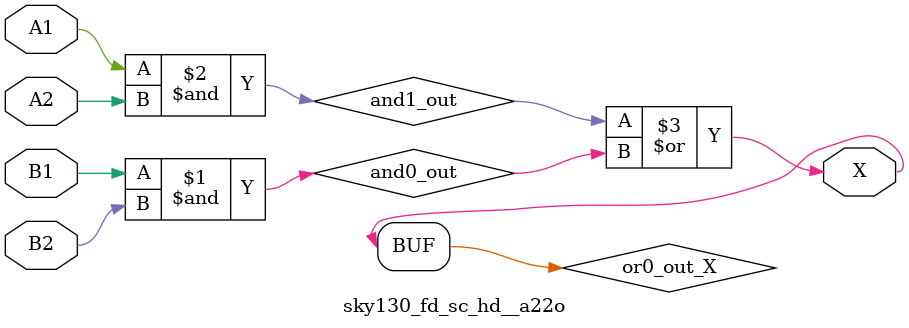
<source format=v>
/*
 * Copyright 2020 The SkyWater PDK Authors
 *
 * Licensed under the Apache License, Version 2.0 (the "License");
 * you may not use this file except in compliance with the License.
 * You may obtain a copy of the License at
 *
 *     https://www.apache.org/licenses/LICENSE-2.0
 *
 * Unless required by applicable law or agreed to in writing, software
 * distributed under the License is distributed on an "AS IS" BASIS,
 * WITHOUT WARRANTIES OR CONDITIONS OF ANY KIND, either express or implied.
 * See the License for the specific language governing permissions and
 * limitations under the License.
 *
 * SPDX-License-Identifier: Apache-2.0
*/


`ifndef SKY130_FD_SC_HD__A22O_FUNCTIONAL_V
`define SKY130_FD_SC_HD__A22O_FUNCTIONAL_V

/**
 * a22o: 2-input AND into both inputs of 2-input OR.
 *
 *       X = ((A1 & A2) | (B1 & B2))
 *
 * Verilog simulation functional model.
 */

`timescale 1ns / 1ps
`default_nettype none

`celldefine
module sky130_fd_sc_hd__a22o (
    X ,
    A1,
    A2,
    B1,
    B2
);

    // Module ports
    output X ;
    input  A1;
    input  A2;
    input  B1;
    input  B2;

    // Local signals
    wire and0_out ;
    wire and1_out ;
    wire or0_out_X;

    //  Name  Output     Other arguments
    and and0 (and0_out , B1, B2            );
    and and1 (and1_out , A1, A2            );
    or  or0  (or0_out_X, and1_out, and0_out);
    buf buf0 (X        , or0_out_X         );

endmodule
`endcelldefine

`default_nettype wire
`endif  // SKY130_FD_SC_HD__A22O_FUNCTIONAL_V

</source>
